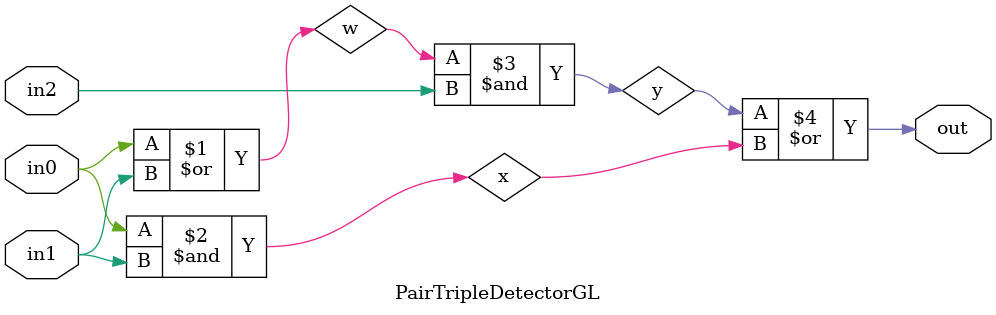
<source format=v>

`ifndef PAIR_TRIPLE_DETECTOR_GL_V
`define PAIR_TRIPLE_DETECTOR_GL_V

module PairTripleDetectorGL
(
  input  wire in0,
  input  wire in1,
  input  wire in2,
  output wire out
);

  //''' ACTIVITY '''''''''''''''''''''''''''''''''''''''''''''''''''''''''
  // Implement pair/triple detector using explicit gate-level modeling
  //''''''''''''''''''''''''''''''''''''''''''''''''''''''''''''''''''''''

  wire w;
  wire x;
  wire y;

  or(w, in0, in1);
  and(x, in0, in1);
  and(y, w, in2);
  or(out, y, x);


endmodule

`endif /* PAIR_TRIPLE_DETECTOR_GL_V */


</source>
